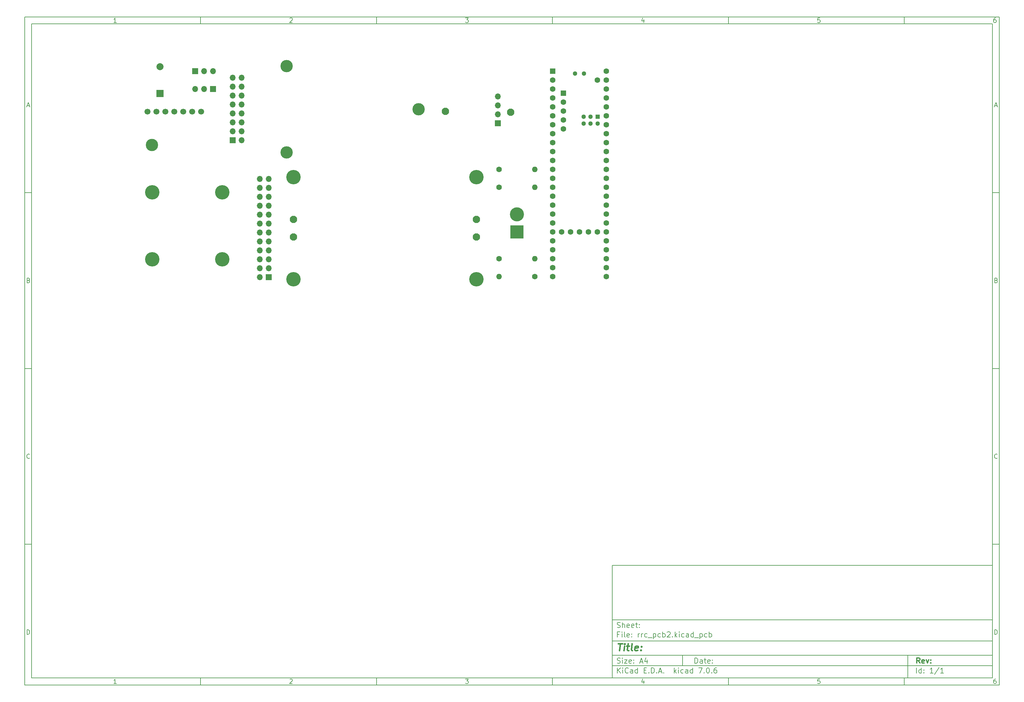
<source format=gbr>
%TF.GenerationSoftware,KiCad,Pcbnew,7.0.6*%
%TF.CreationDate,2023-08-10T16:49:52-04:00*%
%TF.ProjectId,rrc_pcb2,7272635f-7063-4623-922e-6b696361645f,rev?*%
%TF.SameCoordinates,Original*%
%TF.FileFunction,Soldermask,Bot*%
%TF.FilePolarity,Negative*%
%FSLAX46Y46*%
G04 Gerber Fmt 4.6, Leading zero omitted, Abs format (unit mm)*
G04 Created by KiCad (PCBNEW 7.0.6) date 2023-08-10 16:49:52*
%MOMM*%
%LPD*%
G01*
G04 APERTURE LIST*
%ADD10C,0.100000*%
%ADD11C,0.150000*%
%ADD12C,0.300000*%
%ADD13C,0.400000*%
%ADD14C,2.100000*%
%ADD15R,1.700000X1.700000*%
%ADD16O,1.700000X1.700000*%
%ADD17C,4.100000*%
%ADD18C,1.600000*%
%ADD19O,1.600000X1.600000*%
%ADD20C,3.500000*%
%ADD21R,3.800000X3.800000*%
%ADD22C,4.000000*%
%ADD23R,1.600000X1.600000*%
%ADD24R,1.300000X1.300000*%
%ADD25C,1.300000*%
%ADD26C,1.700000*%
%ADD27R,2.000000X2.000000*%
%ADD28C,2.000000*%
G04 APERTURE END LIST*
D10*
D11*
X177002200Y-166007200D02*
X285002200Y-166007200D01*
X285002200Y-198007200D01*
X177002200Y-198007200D01*
X177002200Y-166007200D01*
D10*
D11*
X10000000Y-10000000D02*
X287002200Y-10000000D01*
X287002200Y-200007200D01*
X10000000Y-200007200D01*
X10000000Y-10000000D01*
D10*
D11*
X12000000Y-12000000D02*
X285002200Y-12000000D01*
X285002200Y-198007200D01*
X12000000Y-198007200D01*
X12000000Y-12000000D01*
D10*
D11*
X60000000Y-12000000D02*
X60000000Y-10000000D01*
D10*
D11*
X110000000Y-12000000D02*
X110000000Y-10000000D01*
D10*
D11*
X160000000Y-12000000D02*
X160000000Y-10000000D01*
D10*
D11*
X210000000Y-12000000D02*
X210000000Y-10000000D01*
D10*
D11*
X260000000Y-12000000D02*
X260000000Y-10000000D01*
D10*
D11*
X36089160Y-11593604D02*
X35346303Y-11593604D01*
X35717731Y-11593604D02*
X35717731Y-10293604D01*
X35717731Y-10293604D02*
X35593922Y-10479319D01*
X35593922Y-10479319D02*
X35470112Y-10603128D01*
X35470112Y-10603128D02*
X35346303Y-10665033D01*
D10*
D11*
X85346303Y-10417414D02*
X85408207Y-10355509D01*
X85408207Y-10355509D02*
X85532017Y-10293604D01*
X85532017Y-10293604D02*
X85841541Y-10293604D01*
X85841541Y-10293604D02*
X85965350Y-10355509D01*
X85965350Y-10355509D02*
X86027255Y-10417414D01*
X86027255Y-10417414D02*
X86089160Y-10541223D01*
X86089160Y-10541223D02*
X86089160Y-10665033D01*
X86089160Y-10665033D02*
X86027255Y-10850747D01*
X86027255Y-10850747D02*
X85284398Y-11593604D01*
X85284398Y-11593604D02*
X86089160Y-11593604D01*
D10*
D11*
X135284398Y-10293604D02*
X136089160Y-10293604D01*
X136089160Y-10293604D02*
X135655826Y-10788842D01*
X135655826Y-10788842D02*
X135841541Y-10788842D01*
X135841541Y-10788842D02*
X135965350Y-10850747D01*
X135965350Y-10850747D02*
X136027255Y-10912652D01*
X136027255Y-10912652D02*
X136089160Y-11036461D01*
X136089160Y-11036461D02*
X136089160Y-11345985D01*
X136089160Y-11345985D02*
X136027255Y-11469795D01*
X136027255Y-11469795D02*
X135965350Y-11531700D01*
X135965350Y-11531700D02*
X135841541Y-11593604D01*
X135841541Y-11593604D02*
X135470112Y-11593604D01*
X135470112Y-11593604D02*
X135346303Y-11531700D01*
X135346303Y-11531700D02*
X135284398Y-11469795D01*
D10*
D11*
X185965350Y-10726938D02*
X185965350Y-11593604D01*
X185655826Y-10231700D02*
X185346303Y-11160271D01*
X185346303Y-11160271D02*
X186151064Y-11160271D01*
D10*
D11*
X236027255Y-10293604D02*
X235408207Y-10293604D01*
X235408207Y-10293604D02*
X235346303Y-10912652D01*
X235346303Y-10912652D02*
X235408207Y-10850747D01*
X235408207Y-10850747D02*
X235532017Y-10788842D01*
X235532017Y-10788842D02*
X235841541Y-10788842D01*
X235841541Y-10788842D02*
X235965350Y-10850747D01*
X235965350Y-10850747D02*
X236027255Y-10912652D01*
X236027255Y-10912652D02*
X236089160Y-11036461D01*
X236089160Y-11036461D02*
X236089160Y-11345985D01*
X236089160Y-11345985D02*
X236027255Y-11469795D01*
X236027255Y-11469795D02*
X235965350Y-11531700D01*
X235965350Y-11531700D02*
X235841541Y-11593604D01*
X235841541Y-11593604D02*
X235532017Y-11593604D01*
X235532017Y-11593604D02*
X235408207Y-11531700D01*
X235408207Y-11531700D02*
X235346303Y-11469795D01*
D10*
D11*
X285965350Y-10293604D02*
X285717731Y-10293604D01*
X285717731Y-10293604D02*
X285593922Y-10355509D01*
X285593922Y-10355509D02*
X285532017Y-10417414D01*
X285532017Y-10417414D02*
X285408207Y-10603128D01*
X285408207Y-10603128D02*
X285346303Y-10850747D01*
X285346303Y-10850747D02*
X285346303Y-11345985D01*
X285346303Y-11345985D02*
X285408207Y-11469795D01*
X285408207Y-11469795D02*
X285470112Y-11531700D01*
X285470112Y-11531700D02*
X285593922Y-11593604D01*
X285593922Y-11593604D02*
X285841541Y-11593604D01*
X285841541Y-11593604D02*
X285965350Y-11531700D01*
X285965350Y-11531700D02*
X286027255Y-11469795D01*
X286027255Y-11469795D02*
X286089160Y-11345985D01*
X286089160Y-11345985D02*
X286089160Y-11036461D01*
X286089160Y-11036461D02*
X286027255Y-10912652D01*
X286027255Y-10912652D02*
X285965350Y-10850747D01*
X285965350Y-10850747D02*
X285841541Y-10788842D01*
X285841541Y-10788842D02*
X285593922Y-10788842D01*
X285593922Y-10788842D02*
X285470112Y-10850747D01*
X285470112Y-10850747D02*
X285408207Y-10912652D01*
X285408207Y-10912652D02*
X285346303Y-11036461D01*
D10*
D11*
X60000000Y-198007200D02*
X60000000Y-200007200D01*
D10*
D11*
X110000000Y-198007200D02*
X110000000Y-200007200D01*
D10*
D11*
X160000000Y-198007200D02*
X160000000Y-200007200D01*
D10*
D11*
X210000000Y-198007200D02*
X210000000Y-200007200D01*
D10*
D11*
X260000000Y-198007200D02*
X260000000Y-200007200D01*
D10*
D11*
X36089160Y-199600804D02*
X35346303Y-199600804D01*
X35717731Y-199600804D02*
X35717731Y-198300804D01*
X35717731Y-198300804D02*
X35593922Y-198486519D01*
X35593922Y-198486519D02*
X35470112Y-198610328D01*
X35470112Y-198610328D02*
X35346303Y-198672233D01*
D10*
D11*
X85346303Y-198424614D02*
X85408207Y-198362709D01*
X85408207Y-198362709D02*
X85532017Y-198300804D01*
X85532017Y-198300804D02*
X85841541Y-198300804D01*
X85841541Y-198300804D02*
X85965350Y-198362709D01*
X85965350Y-198362709D02*
X86027255Y-198424614D01*
X86027255Y-198424614D02*
X86089160Y-198548423D01*
X86089160Y-198548423D02*
X86089160Y-198672233D01*
X86089160Y-198672233D02*
X86027255Y-198857947D01*
X86027255Y-198857947D02*
X85284398Y-199600804D01*
X85284398Y-199600804D02*
X86089160Y-199600804D01*
D10*
D11*
X135284398Y-198300804D02*
X136089160Y-198300804D01*
X136089160Y-198300804D02*
X135655826Y-198796042D01*
X135655826Y-198796042D02*
X135841541Y-198796042D01*
X135841541Y-198796042D02*
X135965350Y-198857947D01*
X135965350Y-198857947D02*
X136027255Y-198919852D01*
X136027255Y-198919852D02*
X136089160Y-199043661D01*
X136089160Y-199043661D02*
X136089160Y-199353185D01*
X136089160Y-199353185D02*
X136027255Y-199476995D01*
X136027255Y-199476995D02*
X135965350Y-199538900D01*
X135965350Y-199538900D02*
X135841541Y-199600804D01*
X135841541Y-199600804D02*
X135470112Y-199600804D01*
X135470112Y-199600804D02*
X135346303Y-199538900D01*
X135346303Y-199538900D02*
X135284398Y-199476995D01*
D10*
D11*
X185965350Y-198734138D02*
X185965350Y-199600804D01*
X185655826Y-198238900D02*
X185346303Y-199167471D01*
X185346303Y-199167471D02*
X186151064Y-199167471D01*
D10*
D11*
X236027255Y-198300804D02*
X235408207Y-198300804D01*
X235408207Y-198300804D02*
X235346303Y-198919852D01*
X235346303Y-198919852D02*
X235408207Y-198857947D01*
X235408207Y-198857947D02*
X235532017Y-198796042D01*
X235532017Y-198796042D02*
X235841541Y-198796042D01*
X235841541Y-198796042D02*
X235965350Y-198857947D01*
X235965350Y-198857947D02*
X236027255Y-198919852D01*
X236027255Y-198919852D02*
X236089160Y-199043661D01*
X236089160Y-199043661D02*
X236089160Y-199353185D01*
X236089160Y-199353185D02*
X236027255Y-199476995D01*
X236027255Y-199476995D02*
X235965350Y-199538900D01*
X235965350Y-199538900D02*
X235841541Y-199600804D01*
X235841541Y-199600804D02*
X235532017Y-199600804D01*
X235532017Y-199600804D02*
X235408207Y-199538900D01*
X235408207Y-199538900D02*
X235346303Y-199476995D01*
D10*
D11*
X285965350Y-198300804D02*
X285717731Y-198300804D01*
X285717731Y-198300804D02*
X285593922Y-198362709D01*
X285593922Y-198362709D02*
X285532017Y-198424614D01*
X285532017Y-198424614D02*
X285408207Y-198610328D01*
X285408207Y-198610328D02*
X285346303Y-198857947D01*
X285346303Y-198857947D02*
X285346303Y-199353185D01*
X285346303Y-199353185D02*
X285408207Y-199476995D01*
X285408207Y-199476995D02*
X285470112Y-199538900D01*
X285470112Y-199538900D02*
X285593922Y-199600804D01*
X285593922Y-199600804D02*
X285841541Y-199600804D01*
X285841541Y-199600804D02*
X285965350Y-199538900D01*
X285965350Y-199538900D02*
X286027255Y-199476995D01*
X286027255Y-199476995D02*
X286089160Y-199353185D01*
X286089160Y-199353185D02*
X286089160Y-199043661D01*
X286089160Y-199043661D02*
X286027255Y-198919852D01*
X286027255Y-198919852D02*
X285965350Y-198857947D01*
X285965350Y-198857947D02*
X285841541Y-198796042D01*
X285841541Y-198796042D02*
X285593922Y-198796042D01*
X285593922Y-198796042D02*
X285470112Y-198857947D01*
X285470112Y-198857947D02*
X285408207Y-198919852D01*
X285408207Y-198919852D02*
X285346303Y-199043661D01*
D10*
D11*
X10000000Y-60000000D02*
X12000000Y-60000000D01*
D10*
D11*
X10000000Y-110000000D02*
X12000000Y-110000000D01*
D10*
D11*
X10000000Y-160000000D02*
X12000000Y-160000000D01*
D10*
D11*
X10690476Y-35222176D02*
X11309523Y-35222176D01*
X10566666Y-35593604D02*
X10999999Y-34293604D01*
X10999999Y-34293604D02*
X11433333Y-35593604D01*
D10*
D11*
X11092857Y-84912652D02*
X11278571Y-84974557D01*
X11278571Y-84974557D02*
X11340476Y-85036461D01*
X11340476Y-85036461D02*
X11402380Y-85160271D01*
X11402380Y-85160271D02*
X11402380Y-85345985D01*
X11402380Y-85345985D02*
X11340476Y-85469795D01*
X11340476Y-85469795D02*
X11278571Y-85531700D01*
X11278571Y-85531700D02*
X11154761Y-85593604D01*
X11154761Y-85593604D02*
X10659523Y-85593604D01*
X10659523Y-85593604D02*
X10659523Y-84293604D01*
X10659523Y-84293604D02*
X11092857Y-84293604D01*
X11092857Y-84293604D02*
X11216666Y-84355509D01*
X11216666Y-84355509D02*
X11278571Y-84417414D01*
X11278571Y-84417414D02*
X11340476Y-84541223D01*
X11340476Y-84541223D02*
X11340476Y-84665033D01*
X11340476Y-84665033D02*
X11278571Y-84788842D01*
X11278571Y-84788842D02*
X11216666Y-84850747D01*
X11216666Y-84850747D02*
X11092857Y-84912652D01*
X11092857Y-84912652D02*
X10659523Y-84912652D01*
D10*
D11*
X11402380Y-135469795D02*
X11340476Y-135531700D01*
X11340476Y-135531700D02*
X11154761Y-135593604D01*
X11154761Y-135593604D02*
X11030952Y-135593604D01*
X11030952Y-135593604D02*
X10845238Y-135531700D01*
X10845238Y-135531700D02*
X10721428Y-135407890D01*
X10721428Y-135407890D02*
X10659523Y-135284080D01*
X10659523Y-135284080D02*
X10597619Y-135036461D01*
X10597619Y-135036461D02*
X10597619Y-134850747D01*
X10597619Y-134850747D02*
X10659523Y-134603128D01*
X10659523Y-134603128D02*
X10721428Y-134479319D01*
X10721428Y-134479319D02*
X10845238Y-134355509D01*
X10845238Y-134355509D02*
X11030952Y-134293604D01*
X11030952Y-134293604D02*
X11154761Y-134293604D01*
X11154761Y-134293604D02*
X11340476Y-134355509D01*
X11340476Y-134355509D02*
X11402380Y-134417414D01*
D10*
D11*
X10659523Y-185593604D02*
X10659523Y-184293604D01*
X10659523Y-184293604D02*
X10969047Y-184293604D01*
X10969047Y-184293604D02*
X11154761Y-184355509D01*
X11154761Y-184355509D02*
X11278571Y-184479319D01*
X11278571Y-184479319D02*
X11340476Y-184603128D01*
X11340476Y-184603128D02*
X11402380Y-184850747D01*
X11402380Y-184850747D02*
X11402380Y-185036461D01*
X11402380Y-185036461D02*
X11340476Y-185284080D01*
X11340476Y-185284080D02*
X11278571Y-185407890D01*
X11278571Y-185407890D02*
X11154761Y-185531700D01*
X11154761Y-185531700D02*
X10969047Y-185593604D01*
X10969047Y-185593604D02*
X10659523Y-185593604D01*
D10*
D11*
X287002200Y-60000000D02*
X285002200Y-60000000D01*
D10*
D11*
X287002200Y-110000000D02*
X285002200Y-110000000D01*
D10*
D11*
X287002200Y-160000000D02*
X285002200Y-160000000D01*
D10*
D11*
X285692676Y-35222176D02*
X286311723Y-35222176D01*
X285568866Y-35593604D02*
X286002199Y-34293604D01*
X286002199Y-34293604D02*
X286435533Y-35593604D01*
D10*
D11*
X286095057Y-84912652D02*
X286280771Y-84974557D01*
X286280771Y-84974557D02*
X286342676Y-85036461D01*
X286342676Y-85036461D02*
X286404580Y-85160271D01*
X286404580Y-85160271D02*
X286404580Y-85345985D01*
X286404580Y-85345985D02*
X286342676Y-85469795D01*
X286342676Y-85469795D02*
X286280771Y-85531700D01*
X286280771Y-85531700D02*
X286156961Y-85593604D01*
X286156961Y-85593604D02*
X285661723Y-85593604D01*
X285661723Y-85593604D02*
X285661723Y-84293604D01*
X285661723Y-84293604D02*
X286095057Y-84293604D01*
X286095057Y-84293604D02*
X286218866Y-84355509D01*
X286218866Y-84355509D02*
X286280771Y-84417414D01*
X286280771Y-84417414D02*
X286342676Y-84541223D01*
X286342676Y-84541223D02*
X286342676Y-84665033D01*
X286342676Y-84665033D02*
X286280771Y-84788842D01*
X286280771Y-84788842D02*
X286218866Y-84850747D01*
X286218866Y-84850747D02*
X286095057Y-84912652D01*
X286095057Y-84912652D02*
X285661723Y-84912652D01*
D10*
D11*
X286404580Y-135469795D02*
X286342676Y-135531700D01*
X286342676Y-135531700D02*
X286156961Y-135593604D01*
X286156961Y-135593604D02*
X286033152Y-135593604D01*
X286033152Y-135593604D02*
X285847438Y-135531700D01*
X285847438Y-135531700D02*
X285723628Y-135407890D01*
X285723628Y-135407890D02*
X285661723Y-135284080D01*
X285661723Y-135284080D02*
X285599819Y-135036461D01*
X285599819Y-135036461D02*
X285599819Y-134850747D01*
X285599819Y-134850747D02*
X285661723Y-134603128D01*
X285661723Y-134603128D02*
X285723628Y-134479319D01*
X285723628Y-134479319D02*
X285847438Y-134355509D01*
X285847438Y-134355509D02*
X286033152Y-134293604D01*
X286033152Y-134293604D02*
X286156961Y-134293604D01*
X286156961Y-134293604D02*
X286342676Y-134355509D01*
X286342676Y-134355509D02*
X286404580Y-134417414D01*
D10*
D11*
X285661723Y-185593604D02*
X285661723Y-184293604D01*
X285661723Y-184293604D02*
X285971247Y-184293604D01*
X285971247Y-184293604D02*
X286156961Y-184355509D01*
X286156961Y-184355509D02*
X286280771Y-184479319D01*
X286280771Y-184479319D02*
X286342676Y-184603128D01*
X286342676Y-184603128D02*
X286404580Y-184850747D01*
X286404580Y-184850747D02*
X286404580Y-185036461D01*
X286404580Y-185036461D02*
X286342676Y-185284080D01*
X286342676Y-185284080D02*
X286280771Y-185407890D01*
X286280771Y-185407890D02*
X286156961Y-185531700D01*
X286156961Y-185531700D02*
X285971247Y-185593604D01*
X285971247Y-185593604D02*
X285661723Y-185593604D01*
D10*
D11*
X200458026Y-193793328D02*
X200458026Y-192293328D01*
X200458026Y-192293328D02*
X200815169Y-192293328D01*
X200815169Y-192293328D02*
X201029455Y-192364757D01*
X201029455Y-192364757D02*
X201172312Y-192507614D01*
X201172312Y-192507614D02*
X201243741Y-192650471D01*
X201243741Y-192650471D02*
X201315169Y-192936185D01*
X201315169Y-192936185D02*
X201315169Y-193150471D01*
X201315169Y-193150471D02*
X201243741Y-193436185D01*
X201243741Y-193436185D02*
X201172312Y-193579042D01*
X201172312Y-193579042D02*
X201029455Y-193721900D01*
X201029455Y-193721900D02*
X200815169Y-193793328D01*
X200815169Y-193793328D02*
X200458026Y-193793328D01*
X202600884Y-193793328D02*
X202600884Y-193007614D01*
X202600884Y-193007614D02*
X202529455Y-192864757D01*
X202529455Y-192864757D02*
X202386598Y-192793328D01*
X202386598Y-192793328D02*
X202100884Y-192793328D01*
X202100884Y-192793328D02*
X201958026Y-192864757D01*
X202600884Y-193721900D02*
X202458026Y-193793328D01*
X202458026Y-193793328D02*
X202100884Y-193793328D01*
X202100884Y-193793328D02*
X201958026Y-193721900D01*
X201958026Y-193721900D02*
X201886598Y-193579042D01*
X201886598Y-193579042D02*
X201886598Y-193436185D01*
X201886598Y-193436185D02*
X201958026Y-193293328D01*
X201958026Y-193293328D02*
X202100884Y-193221900D01*
X202100884Y-193221900D02*
X202458026Y-193221900D01*
X202458026Y-193221900D02*
X202600884Y-193150471D01*
X203100884Y-192793328D02*
X203672312Y-192793328D01*
X203315169Y-192293328D02*
X203315169Y-193579042D01*
X203315169Y-193579042D02*
X203386598Y-193721900D01*
X203386598Y-193721900D02*
X203529455Y-193793328D01*
X203529455Y-193793328D02*
X203672312Y-193793328D01*
X204743741Y-193721900D02*
X204600884Y-193793328D01*
X204600884Y-193793328D02*
X204315170Y-193793328D01*
X204315170Y-193793328D02*
X204172312Y-193721900D01*
X204172312Y-193721900D02*
X204100884Y-193579042D01*
X204100884Y-193579042D02*
X204100884Y-193007614D01*
X204100884Y-193007614D02*
X204172312Y-192864757D01*
X204172312Y-192864757D02*
X204315170Y-192793328D01*
X204315170Y-192793328D02*
X204600884Y-192793328D01*
X204600884Y-192793328D02*
X204743741Y-192864757D01*
X204743741Y-192864757D02*
X204815170Y-193007614D01*
X204815170Y-193007614D02*
X204815170Y-193150471D01*
X204815170Y-193150471D02*
X204100884Y-193293328D01*
X205458026Y-193650471D02*
X205529455Y-193721900D01*
X205529455Y-193721900D02*
X205458026Y-193793328D01*
X205458026Y-193793328D02*
X205386598Y-193721900D01*
X205386598Y-193721900D02*
X205458026Y-193650471D01*
X205458026Y-193650471D02*
X205458026Y-193793328D01*
X205458026Y-192864757D02*
X205529455Y-192936185D01*
X205529455Y-192936185D02*
X205458026Y-193007614D01*
X205458026Y-193007614D02*
X205386598Y-192936185D01*
X205386598Y-192936185D02*
X205458026Y-192864757D01*
X205458026Y-192864757D02*
X205458026Y-193007614D01*
D10*
D11*
X177002200Y-194507200D02*
X285002200Y-194507200D01*
D10*
D11*
X178458026Y-196593328D02*
X178458026Y-195093328D01*
X179315169Y-196593328D02*
X178672312Y-195736185D01*
X179315169Y-195093328D02*
X178458026Y-195950471D01*
X179958026Y-196593328D02*
X179958026Y-195593328D01*
X179958026Y-195093328D02*
X179886598Y-195164757D01*
X179886598Y-195164757D02*
X179958026Y-195236185D01*
X179958026Y-195236185D02*
X180029455Y-195164757D01*
X180029455Y-195164757D02*
X179958026Y-195093328D01*
X179958026Y-195093328D02*
X179958026Y-195236185D01*
X181529455Y-196450471D02*
X181458027Y-196521900D01*
X181458027Y-196521900D02*
X181243741Y-196593328D01*
X181243741Y-196593328D02*
X181100884Y-196593328D01*
X181100884Y-196593328D02*
X180886598Y-196521900D01*
X180886598Y-196521900D02*
X180743741Y-196379042D01*
X180743741Y-196379042D02*
X180672312Y-196236185D01*
X180672312Y-196236185D02*
X180600884Y-195950471D01*
X180600884Y-195950471D02*
X180600884Y-195736185D01*
X180600884Y-195736185D02*
X180672312Y-195450471D01*
X180672312Y-195450471D02*
X180743741Y-195307614D01*
X180743741Y-195307614D02*
X180886598Y-195164757D01*
X180886598Y-195164757D02*
X181100884Y-195093328D01*
X181100884Y-195093328D02*
X181243741Y-195093328D01*
X181243741Y-195093328D02*
X181458027Y-195164757D01*
X181458027Y-195164757D02*
X181529455Y-195236185D01*
X182815170Y-196593328D02*
X182815170Y-195807614D01*
X182815170Y-195807614D02*
X182743741Y-195664757D01*
X182743741Y-195664757D02*
X182600884Y-195593328D01*
X182600884Y-195593328D02*
X182315170Y-195593328D01*
X182315170Y-195593328D02*
X182172312Y-195664757D01*
X182815170Y-196521900D02*
X182672312Y-196593328D01*
X182672312Y-196593328D02*
X182315170Y-196593328D01*
X182315170Y-196593328D02*
X182172312Y-196521900D01*
X182172312Y-196521900D02*
X182100884Y-196379042D01*
X182100884Y-196379042D02*
X182100884Y-196236185D01*
X182100884Y-196236185D02*
X182172312Y-196093328D01*
X182172312Y-196093328D02*
X182315170Y-196021900D01*
X182315170Y-196021900D02*
X182672312Y-196021900D01*
X182672312Y-196021900D02*
X182815170Y-195950471D01*
X184172313Y-196593328D02*
X184172313Y-195093328D01*
X184172313Y-196521900D02*
X184029455Y-196593328D01*
X184029455Y-196593328D02*
X183743741Y-196593328D01*
X183743741Y-196593328D02*
X183600884Y-196521900D01*
X183600884Y-196521900D02*
X183529455Y-196450471D01*
X183529455Y-196450471D02*
X183458027Y-196307614D01*
X183458027Y-196307614D02*
X183458027Y-195879042D01*
X183458027Y-195879042D02*
X183529455Y-195736185D01*
X183529455Y-195736185D02*
X183600884Y-195664757D01*
X183600884Y-195664757D02*
X183743741Y-195593328D01*
X183743741Y-195593328D02*
X184029455Y-195593328D01*
X184029455Y-195593328D02*
X184172313Y-195664757D01*
X186029455Y-195807614D02*
X186529455Y-195807614D01*
X186743741Y-196593328D02*
X186029455Y-196593328D01*
X186029455Y-196593328D02*
X186029455Y-195093328D01*
X186029455Y-195093328D02*
X186743741Y-195093328D01*
X187386598Y-196450471D02*
X187458027Y-196521900D01*
X187458027Y-196521900D02*
X187386598Y-196593328D01*
X187386598Y-196593328D02*
X187315170Y-196521900D01*
X187315170Y-196521900D02*
X187386598Y-196450471D01*
X187386598Y-196450471D02*
X187386598Y-196593328D01*
X188100884Y-196593328D02*
X188100884Y-195093328D01*
X188100884Y-195093328D02*
X188458027Y-195093328D01*
X188458027Y-195093328D02*
X188672313Y-195164757D01*
X188672313Y-195164757D02*
X188815170Y-195307614D01*
X188815170Y-195307614D02*
X188886599Y-195450471D01*
X188886599Y-195450471D02*
X188958027Y-195736185D01*
X188958027Y-195736185D02*
X188958027Y-195950471D01*
X188958027Y-195950471D02*
X188886599Y-196236185D01*
X188886599Y-196236185D02*
X188815170Y-196379042D01*
X188815170Y-196379042D02*
X188672313Y-196521900D01*
X188672313Y-196521900D02*
X188458027Y-196593328D01*
X188458027Y-196593328D02*
X188100884Y-196593328D01*
X189600884Y-196450471D02*
X189672313Y-196521900D01*
X189672313Y-196521900D02*
X189600884Y-196593328D01*
X189600884Y-196593328D02*
X189529456Y-196521900D01*
X189529456Y-196521900D02*
X189600884Y-196450471D01*
X189600884Y-196450471D02*
X189600884Y-196593328D01*
X190243742Y-196164757D02*
X190958028Y-196164757D01*
X190100885Y-196593328D02*
X190600885Y-195093328D01*
X190600885Y-195093328D02*
X191100885Y-196593328D01*
X191600884Y-196450471D02*
X191672313Y-196521900D01*
X191672313Y-196521900D02*
X191600884Y-196593328D01*
X191600884Y-196593328D02*
X191529456Y-196521900D01*
X191529456Y-196521900D02*
X191600884Y-196450471D01*
X191600884Y-196450471D02*
X191600884Y-196593328D01*
X194600884Y-196593328D02*
X194600884Y-195093328D01*
X194743742Y-196021900D02*
X195172313Y-196593328D01*
X195172313Y-195593328D02*
X194600884Y-196164757D01*
X195815170Y-196593328D02*
X195815170Y-195593328D01*
X195815170Y-195093328D02*
X195743742Y-195164757D01*
X195743742Y-195164757D02*
X195815170Y-195236185D01*
X195815170Y-195236185D02*
X195886599Y-195164757D01*
X195886599Y-195164757D02*
X195815170Y-195093328D01*
X195815170Y-195093328D02*
X195815170Y-195236185D01*
X197172314Y-196521900D02*
X197029456Y-196593328D01*
X197029456Y-196593328D02*
X196743742Y-196593328D01*
X196743742Y-196593328D02*
X196600885Y-196521900D01*
X196600885Y-196521900D02*
X196529456Y-196450471D01*
X196529456Y-196450471D02*
X196458028Y-196307614D01*
X196458028Y-196307614D02*
X196458028Y-195879042D01*
X196458028Y-195879042D02*
X196529456Y-195736185D01*
X196529456Y-195736185D02*
X196600885Y-195664757D01*
X196600885Y-195664757D02*
X196743742Y-195593328D01*
X196743742Y-195593328D02*
X197029456Y-195593328D01*
X197029456Y-195593328D02*
X197172314Y-195664757D01*
X198458028Y-196593328D02*
X198458028Y-195807614D01*
X198458028Y-195807614D02*
X198386599Y-195664757D01*
X198386599Y-195664757D02*
X198243742Y-195593328D01*
X198243742Y-195593328D02*
X197958028Y-195593328D01*
X197958028Y-195593328D02*
X197815170Y-195664757D01*
X198458028Y-196521900D02*
X198315170Y-196593328D01*
X198315170Y-196593328D02*
X197958028Y-196593328D01*
X197958028Y-196593328D02*
X197815170Y-196521900D01*
X197815170Y-196521900D02*
X197743742Y-196379042D01*
X197743742Y-196379042D02*
X197743742Y-196236185D01*
X197743742Y-196236185D02*
X197815170Y-196093328D01*
X197815170Y-196093328D02*
X197958028Y-196021900D01*
X197958028Y-196021900D02*
X198315170Y-196021900D01*
X198315170Y-196021900D02*
X198458028Y-195950471D01*
X199815171Y-196593328D02*
X199815171Y-195093328D01*
X199815171Y-196521900D02*
X199672313Y-196593328D01*
X199672313Y-196593328D02*
X199386599Y-196593328D01*
X199386599Y-196593328D02*
X199243742Y-196521900D01*
X199243742Y-196521900D02*
X199172313Y-196450471D01*
X199172313Y-196450471D02*
X199100885Y-196307614D01*
X199100885Y-196307614D02*
X199100885Y-195879042D01*
X199100885Y-195879042D02*
X199172313Y-195736185D01*
X199172313Y-195736185D02*
X199243742Y-195664757D01*
X199243742Y-195664757D02*
X199386599Y-195593328D01*
X199386599Y-195593328D02*
X199672313Y-195593328D01*
X199672313Y-195593328D02*
X199815171Y-195664757D01*
X201529456Y-195093328D02*
X202529456Y-195093328D01*
X202529456Y-195093328D02*
X201886599Y-196593328D01*
X203100884Y-196450471D02*
X203172313Y-196521900D01*
X203172313Y-196521900D02*
X203100884Y-196593328D01*
X203100884Y-196593328D02*
X203029456Y-196521900D01*
X203029456Y-196521900D02*
X203100884Y-196450471D01*
X203100884Y-196450471D02*
X203100884Y-196593328D01*
X204100885Y-195093328D02*
X204243742Y-195093328D01*
X204243742Y-195093328D02*
X204386599Y-195164757D01*
X204386599Y-195164757D02*
X204458028Y-195236185D01*
X204458028Y-195236185D02*
X204529456Y-195379042D01*
X204529456Y-195379042D02*
X204600885Y-195664757D01*
X204600885Y-195664757D02*
X204600885Y-196021900D01*
X204600885Y-196021900D02*
X204529456Y-196307614D01*
X204529456Y-196307614D02*
X204458028Y-196450471D01*
X204458028Y-196450471D02*
X204386599Y-196521900D01*
X204386599Y-196521900D02*
X204243742Y-196593328D01*
X204243742Y-196593328D02*
X204100885Y-196593328D01*
X204100885Y-196593328D02*
X203958028Y-196521900D01*
X203958028Y-196521900D02*
X203886599Y-196450471D01*
X203886599Y-196450471D02*
X203815170Y-196307614D01*
X203815170Y-196307614D02*
X203743742Y-196021900D01*
X203743742Y-196021900D02*
X203743742Y-195664757D01*
X203743742Y-195664757D02*
X203815170Y-195379042D01*
X203815170Y-195379042D02*
X203886599Y-195236185D01*
X203886599Y-195236185D02*
X203958028Y-195164757D01*
X203958028Y-195164757D02*
X204100885Y-195093328D01*
X205243741Y-196450471D02*
X205315170Y-196521900D01*
X205315170Y-196521900D02*
X205243741Y-196593328D01*
X205243741Y-196593328D02*
X205172313Y-196521900D01*
X205172313Y-196521900D02*
X205243741Y-196450471D01*
X205243741Y-196450471D02*
X205243741Y-196593328D01*
X206600885Y-195093328D02*
X206315170Y-195093328D01*
X206315170Y-195093328D02*
X206172313Y-195164757D01*
X206172313Y-195164757D02*
X206100885Y-195236185D01*
X206100885Y-195236185D02*
X205958027Y-195450471D01*
X205958027Y-195450471D02*
X205886599Y-195736185D01*
X205886599Y-195736185D02*
X205886599Y-196307614D01*
X205886599Y-196307614D02*
X205958027Y-196450471D01*
X205958027Y-196450471D02*
X206029456Y-196521900D01*
X206029456Y-196521900D02*
X206172313Y-196593328D01*
X206172313Y-196593328D02*
X206458027Y-196593328D01*
X206458027Y-196593328D02*
X206600885Y-196521900D01*
X206600885Y-196521900D02*
X206672313Y-196450471D01*
X206672313Y-196450471D02*
X206743742Y-196307614D01*
X206743742Y-196307614D02*
X206743742Y-195950471D01*
X206743742Y-195950471D02*
X206672313Y-195807614D01*
X206672313Y-195807614D02*
X206600885Y-195736185D01*
X206600885Y-195736185D02*
X206458027Y-195664757D01*
X206458027Y-195664757D02*
X206172313Y-195664757D01*
X206172313Y-195664757D02*
X206029456Y-195736185D01*
X206029456Y-195736185D02*
X205958027Y-195807614D01*
X205958027Y-195807614D02*
X205886599Y-195950471D01*
D10*
D11*
X177002200Y-191507200D02*
X285002200Y-191507200D01*
D10*
D12*
X264413853Y-193785528D02*
X263913853Y-193071242D01*
X263556710Y-193785528D02*
X263556710Y-192285528D01*
X263556710Y-192285528D02*
X264128139Y-192285528D01*
X264128139Y-192285528D02*
X264270996Y-192356957D01*
X264270996Y-192356957D02*
X264342425Y-192428385D01*
X264342425Y-192428385D02*
X264413853Y-192571242D01*
X264413853Y-192571242D02*
X264413853Y-192785528D01*
X264413853Y-192785528D02*
X264342425Y-192928385D01*
X264342425Y-192928385D02*
X264270996Y-192999814D01*
X264270996Y-192999814D02*
X264128139Y-193071242D01*
X264128139Y-193071242D02*
X263556710Y-193071242D01*
X265628139Y-193714100D02*
X265485282Y-193785528D01*
X265485282Y-193785528D02*
X265199568Y-193785528D01*
X265199568Y-193785528D02*
X265056710Y-193714100D01*
X265056710Y-193714100D02*
X264985282Y-193571242D01*
X264985282Y-193571242D02*
X264985282Y-192999814D01*
X264985282Y-192999814D02*
X265056710Y-192856957D01*
X265056710Y-192856957D02*
X265199568Y-192785528D01*
X265199568Y-192785528D02*
X265485282Y-192785528D01*
X265485282Y-192785528D02*
X265628139Y-192856957D01*
X265628139Y-192856957D02*
X265699568Y-192999814D01*
X265699568Y-192999814D02*
X265699568Y-193142671D01*
X265699568Y-193142671D02*
X264985282Y-193285528D01*
X266199567Y-192785528D02*
X266556710Y-193785528D01*
X266556710Y-193785528D02*
X266913853Y-192785528D01*
X267485281Y-193642671D02*
X267556710Y-193714100D01*
X267556710Y-193714100D02*
X267485281Y-193785528D01*
X267485281Y-193785528D02*
X267413853Y-193714100D01*
X267413853Y-193714100D02*
X267485281Y-193642671D01*
X267485281Y-193642671D02*
X267485281Y-193785528D01*
X267485281Y-192856957D02*
X267556710Y-192928385D01*
X267556710Y-192928385D02*
X267485281Y-192999814D01*
X267485281Y-192999814D02*
X267413853Y-192928385D01*
X267413853Y-192928385D02*
X267485281Y-192856957D01*
X267485281Y-192856957D02*
X267485281Y-192999814D01*
D10*
D11*
X178386598Y-193721900D02*
X178600884Y-193793328D01*
X178600884Y-193793328D02*
X178958026Y-193793328D01*
X178958026Y-193793328D02*
X179100884Y-193721900D01*
X179100884Y-193721900D02*
X179172312Y-193650471D01*
X179172312Y-193650471D02*
X179243741Y-193507614D01*
X179243741Y-193507614D02*
X179243741Y-193364757D01*
X179243741Y-193364757D02*
X179172312Y-193221900D01*
X179172312Y-193221900D02*
X179100884Y-193150471D01*
X179100884Y-193150471D02*
X178958026Y-193079042D01*
X178958026Y-193079042D02*
X178672312Y-193007614D01*
X178672312Y-193007614D02*
X178529455Y-192936185D01*
X178529455Y-192936185D02*
X178458026Y-192864757D01*
X178458026Y-192864757D02*
X178386598Y-192721900D01*
X178386598Y-192721900D02*
X178386598Y-192579042D01*
X178386598Y-192579042D02*
X178458026Y-192436185D01*
X178458026Y-192436185D02*
X178529455Y-192364757D01*
X178529455Y-192364757D02*
X178672312Y-192293328D01*
X178672312Y-192293328D02*
X179029455Y-192293328D01*
X179029455Y-192293328D02*
X179243741Y-192364757D01*
X179886597Y-193793328D02*
X179886597Y-192793328D01*
X179886597Y-192293328D02*
X179815169Y-192364757D01*
X179815169Y-192364757D02*
X179886597Y-192436185D01*
X179886597Y-192436185D02*
X179958026Y-192364757D01*
X179958026Y-192364757D02*
X179886597Y-192293328D01*
X179886597Y-192293328D02*
X179886597Y-192436185D01*
X180458026Y-192793328D02*
X181243741Y-192793328D01*
X181243741Y-192793328D02*
X180458026Y-193793328D01*
X180458026Y-193793328D02*
X181243741Y-193793328D01*
X182386598Y-193721900D02*
X182243741Y-193793328D01*
X182243741Y-193793328D02*
X181958027Y-193793328D01*
X181958027Y-193793328D02*
X181815169Y-193721900D01*
X181815169Y-193721900D02*
X181743741Y-193579042D01*
X181743741Y-193579042D02*
X181743741Y-193007614D01*
X181743741Y-193007614D02*
X181815169Y-192864757D01*
X181815169Y-192864757D02*
X181958027Y-192793328D01*
X181958027Y-192793328D02*
X182243741Y-192793328D01*
X182243741Y-192793328D02*
X182386598Y-192864757D01*
X182386598Y-192864757D02*
X182458027Y-193007614D01*
X182458027Y-193007614D02*
X182458027Y-193150471D01*
X182458027Y-193150471D02*
X181743741Y-193293328D01*
X183100883Y-193650471D02*
X183172312Y-193721900D01*
X183172312Y-193721900D02*
X183100883Y-193793328D01*
X183100883Y-193793328D02*
X183029455Y-193721900D01*
X183029455Y-193721900D02*
X183100883Y-193650471D01*
X183100883Y-193650471D02*
X183100883Y-193793328D01*
X183100883Y-192864757D02*
X183172312Y-192936185D01*
X183172312Y-192936185D02*
X183100883Y-193007614D01*
X183100883Y-193007614D02*
X183029455Y-192936185D01*
X183029455Y-192936185D02*
X183100883Y-192864757D01*
X183100883Y-192864757D02*
X183100883Y-193007614D01*
X184886598Y-193364757D02*
X185600884Y-193364757D01*
X184743741Y-193793328D02*
X185243741Y-192293328D01*
X185243741Y-192293328D02*
X185743741Y-193793328D01*
X186886598Y-192793328D02*
X186886598Y-193793328D01*
X186529455Y-192221900D02*
X186172312Y-193293328D01*
X186172312Y-193293328D02*
X187100883Y-193293328D01*
D10*
D11*
X263458026Y-196593328D02*
X263458026Y-195093328D01*
X264815170Y-196593328D02*
X264815170Y-195093328D01*
X264815170Y-196521900D02*
X264672312Y-196593328D01*
X264672312Y-196593328D02*
X264386598Y-196593328D01*
X264386598Y-196593328D02*
X264243741Y-196521900D01*
X264243741Y-196521900D02*
X264172312Y-196450471D01*
X264172312Y-196450471D02*
X264100884Y-196307614D01*
X264100884Y-196307614D02*
X264100884Y-195879042D01*
X264100884Y-195879042D02*
X264172312Y-195736185D01*
X264172312Y-195736185D02*
X264243741Y-195664757D01*
X264243741Y-195664757D02*
X264386598Y-195593328D01*
X264386598Y-195593328D02*
X264672312Y-195593328D01*
X264672312Y-195593328D02*
X264815170Y-195664757D01*
X265529455Y-196450471D02*
X265600884Y-196521900D01*
X265600884Y-196521900D02*
X265529455Y-196593328D01*
X265529455Y-196593328D02*
X265458027Y-196521900D01*
X265458027Y-196521900D02*
X265529455Y-196450471D01*
X265529455Y-196450471D02*
X265529455Y-196593328D01*
X265529455Y-195664757D02*
X265600884Y-195736185D01*
X265600884Y-195736185D02*
X265529455Y-195807614D01*
X265529455Y-195807614D02*
X265458027Y-195736185D01*
X265458027Y-195736185D02*
X265529455Y-195664757D01*
X265529455Y-195664757D02*
X265529455Y-195807614D01*
X268172313Y-196593328D02*
X267315170Y-196593328D01*
X267743741Y-196593328D02*
X267743741Y-195093328D01*
X267743741Y-195093328D02*
X267600884Y-195307614D01*
X267600884Y-195307614D02*
X267458027Y-195450471D01*
X267458027Y-195450471D02*
X267315170Y-195521900D01*
X269886598Y-195021900D02*
X268600884Y-196950471D01*
X271172313Y-196593328D02*
X270315170Y-196593328D01*
X270743741Y-196593328D02*
X270743741Y-195093328D01*
X270743741Y-195093328D02*
X270600884Y-195307614D01*
X270600884Y-195307614D02*
X270458027Y-195450471D01*
X270458027Y-195450471D02*
X270315170Y-195521900D01*
D10*
D11*
X177002200Y-187507200D02*
X285002200Y-187507200D01*
D10*
D13*
X178693928Y-188211638D02*
X179836785Y-188211638D01*
X179015357Y-190211638D02*
X179265357Y-188211638D01*
X180253452Y-190211638D02*
X180420119Y-188878304D01*
X180503452Y-188211638D02*
X180396309Y-188306876D01*
X180396309Y-188306876D02*
X180479643Y-188402114D01*
X180479643Y-188402114D02*
X180586786Y-188306876D01*
X180586786Y-188306876D02*
X180503452Y-188211638D01*
X180503452Y-188211638D02*
X180479643Y-188402114D01*
X181086786Y-188878304D02*
X181848690Y-188878304D01*
X181455833Y-188211638D02*
X181241548Y-189925923D01*
X181241548Y-189925923D02*
X181312976Y-190116400D01*
X181312976Y-190116400D02*
X181491548Y-190211638D01*
X181491548Y-190211638D02*
X181682024Y-190211638D01*
X182634405Y-190211638D02*
X182455833Y-190116400D01*
X182455833Y-190116400D02*
X182384405Y-189925923D01*
X182384405Y-189925923D02*
X182598690Y-188211638D01*
X184170119Y-190116400D02*
X183967738Y-190211638D01*
X183967738Y-190211638D02*
X183586785Y-190211638D01*
X183586785Y-190211638D02*
X183408214Y-190116400D01*
X183408214Y-190116400D02*
X183336785Y-189925923D01*
X183336785Y-189925923D02*
X183432024Y-189164019D01*
X183432024Y-189164019D02*
X183551071Y-188973542D01*
X183551071Y-188973542D02*
X183753452Y-188878304D01*
X183753452Y-188878304D02*
X184134404Y-188878304D01*
X184134404Y-188878304D02*
X184312976Y-188973542D01*
X184312976Y-188973542D02*
X184384404Y-189164019D01*
X184384404Y-189164019D02*
X184360595Y-189354495D01*
X184360595Y-189354495D02*
X183384404Y-189544971D01*
X185134405Y-190021161D02*
X185217738Y-190116400D01*
X185217738Y-190116400D02*
X185110595Y-190211638D01*
X185110595Y-190211638D02*
X185027262Y-190116400D01*
X185027262Y-190116400D02*
X185134405Y-190021161D01*
X185134405Y-190021161D02*
X185110595Y-190211638D01*
X185265357Y-188973542D02*
X185348690Y-189068780D01*
X185348690Y-189068780D02*
X185241548Y-189164019D01*
X185241548Y-189164019D02*
X185158214Y-189068780D01*
X185158214Y-189068780D02*
X185265357Y-188973542D01*
X185265357Y-188973542D02*
X185241548Y-189164019D01*
D10*
D11*
X178958026Y-185607614D02*
X178458026Y-185607614D01*
X178458026Y-186393328D02*
X178458026Y-184893328D01*
X178458026Y-184893328D02*
X179172312Y-184893328D01*
X179743740Y-186393328D02*
X179743740Y-185393328D01*
X179743740Y-184893328D02*
X179672312Y-184964757D01*
X179672312Y-184964757D02*
X179743740Y-185036185D01*
X179743740Y-185036185D02*
X179815169Y-184964757D01*
X179815169Y-184964757D02*
X179743740Y-184893328D01*
X179743740Y-184893328D02*
X179743740Y-185036185D01*
X180672312Y-186393328D02*
X180529455Y-186321900D01*
X180529455Y-186321900D02*
X180458026Y-186179042D01*
X180458026Y-186179042D02*
X180458026Y-184893328D01*
X181815169Y-186321900D02*
X181672312Y-186393328D01*
X181672312Y-186393328D02*
X181386598Y-186393328D01*
X181386598Y-186393328D02*
X181243740Y-186321900D01*
X181243740Y-186321900D02*
X181172312Y-186179042D01*
X181172312Y-186179042D02*
X181172312Y-185607614D01*
X181172312Y-185607614D02*
X181243740Y-185464757D01*
X181243740Y-185464757D02*
X181386598Y-185393328D01*
X181386598Y-185393328D02*
X181672312Y-185393328D01*
X181672312Y-185393328D02*
X181815169Y-185464757D01*
X181815169Y-185464757D02*
X181886598Y-185607614D01*
X181886598Y-185607614D02*
X181886598Y-185750471D01*
X181886598Y-185750471D02*
X181172312Y-185893328D01*
X182529454Y-186250471D02*
X182600883Y-186321900D01*
X182600883Y-186321900D02*
X182529454Y-186393328D01*
X182529454Y-186393328D02*
X182458026Y-186321900D01*
X182458026Y-186321900D02*
X182529454Y-186250471D01*
X182529454Y-186250471D02*
X182529454Y-186393328D01*
X182529454Y-185464757D02*
X182600883Y-185536185D01*
X182600883Y-185536185D02*
X182529454Y-185607614D01*
X182529454Y-185607614D02*
X182458026Y-185536185D01*
X182458026Y-185536185D02*
X182529454Y-185464757D01*
X182529454Y-185464757D02*
X182529454Y-185607614D01*
X184386597Y-186393328D02*
X184386597Y-185393328D01*
X184386597Y-185679042D02*
X184458026Y-185536185D01*
X184458026Y-185536185D02*
X184529455Y-185464757D01*
X184529455Y-185464757D02*
X184672312Y-185393328D01*
X184672312Y-185393328D02*
X184815169Y-185393328D01*
X185315168Y-186393328D02*
X185315168Y-185393328D01*
X185315168Y-185679042D02*
X185386597Y-185536185D01*
X185386597Y-185536185D02*
X185458026Y-185464757D01*
X185458026Y-185464757D02*
X185600883Y-185393328D01*
X185600883Y-185393328D02*
X185743740Y-185393328D01*
X186886597Y-186321900D02*
X186743739Y-186393328D01*
X186743739Y-186393328D02*
X186458025Y-186393328D01*
X186458025Y-186393328D02*
X186315168Y-186321900D01*
X186315168Y-186321900D02*
X186243739Y-186250471D01*
X186243739Y-186250471D02*
X186172311Y-186107614D01*
X186172311Y-186107614D02*
X186172311Y-185679042D01*
X186172311Y-185679042D02*
X186243739Y-185536185D01*
X186243739Y-185536185D02*
X186315168Y-185464757D01*
X186315168Y-185464757D02*
X186458025Y-185393328D01*
X186458025Y-185393328D02*
X186743739Y-185393328D01*
X186743739Y-185393328D02*
X186886597Y-185464757D01*
X187172311Y-186536185D02*
X188315168Y-186536185D01*
X188672310Y-185393328D02*
X188672310Y-186893328D01*
X188672310Y-185464757D02*
X188815168Y-185393328D01*
X188815168Y-185393328D02*
X189100882Y-185393328D01*
X189100882Y-185393328D02*
X189243739Y-185464757D01*
X189243739Y-185464757D02*
X189315168Y-185536185D01*
X189315168Y-185536185D02*
X189386596Y-185679042D01*
X189386596Y-185679042D02*
X189386596Y-186107614D01*
X189386596Y-186107614D02*
X189315168Y-186250471D01*
X189315168Y-186250471D02*
X189243739Y-186321900D01*
X189243739Y-186321900D02*
X189100882Y-186393328D01*
X189100882Y-186393328D02*
X188815168Y-186393328D01*
X188815168Y-186393328D02*
X188672310Y-186321900D01*
X190672311Y-186321900D02*
X190529453Y-186393328D01*
X190529453Y-186393328D02*
X190243739Y-186393328D01*
X190243739Y-186393328D02*
X190100882Y-186321900D01*
X190100882Y-186321900D02*
X190029453Y-186250471D01*
X190029453Y-186250471D02*
X189958025Y-186107614D01*
X189958025Y-186107614D02*
X189958025Y-185679042D01*
X189958025Y-185679042D02*
X190029453Y-185536185D01*
X190029453Y-185536185D02*
X190100882Y-185464757D01*
X190100882Y-185464757D02*
X190243739Y-185393328D01*
X190243739Y-185393328D02*
X190529453Y-185393328D01*
X190529453Y-185393328D02*
X190672311Y-185464757D01*
X191315167Y-186393328D02*
X191315167Y-184893328D01*
X191315167Y-185464757D02*
X191458025Y-185393328D01*
X191458025Y-185393328D02*
X191743739Y-185393328D01*
X191743739Y-185393328D02*
X191886596Y-185464757D01*
X191886596Y-185464757D02*
X191958025Y-185536185D01*
X191958025Y-185536185D02*
X192029453Y-185679042D01*
X192029453Y-185679042D02*
X192029453Y-186107614D01*
X192029453Y-186107614D02*
X191958025Y-186250471D01*
X191958025Y-186250471D02*
X191886596Y-186321900D01*
X191886596Y-186321900D02*
X191743739Y-186393328D01*
X191743739Y-186393328D02*
X191458025Y-186393328D01*
X191458025Y-186393328D02*
X191315167Y-186321900D01*
X192600882Y-185036185D02*
X192672310Y-184964757D01*
X192672310Y-184964757D02*
X192815168Y-184893328D01*
X192815168Y-184893328D02*
X193172310Y-184893328D01*
X193172310Y-184893328D02*
X193315168Y-184964757D01*
X193315168Y-184964757D02*
X193386596Y-185036185D01*
X193386596Y-185036185D02*
X193458025Y-185179042D01*
X193458025Y-185179042D02*
X193458025Y-185321900D01*
X193458025Y-185321900D02*
X193386596Y-185536185D01*
X193386596Y-185536185D02*
X192529453Y-186393328D01*
X192529453Y-186393328D02*
X193458025Y-186393328D01*
X194100881Y-186250471D02*
X194172310Y-186321900D01*
X194172310Y-186321900D02*
X194100881Y-186393328D01*
X194100881Y-186393328D02*
X194029453Y-186321900D01*
X194029453Y-186321900D02*
X194100881Y-186250471D01*
X194100881Y-186250471D02*
X194100881Y-186393328D01*
X194815167Y-186393328D02*
X194815167Y-184893328D01*
X194958025Y-185821900D02*
X195386596Y-186393328D01*
X195386596Y-185393328D02*
X194815167Y-185964757D01*
X196029453Y-186393328D02*
X196029453Y-185393328D01*
X196029453Y-184893328D02*
X195958025Y-184964757D01*
X195958025Y-184964757D02*
X196029453Y-185036185D01*
X196029453Y-185036185D02*
X196100882Y-184964757D01*
X196100882Y-184964757D02*
X196029453Y-184893328D01*
X196029453Y-184893328D02*
X196029453Y-185036185D01*
X197386597Y-186321900D02*
X197243739Y-186393328D01*
X197243739Y-186393328D02*
X196958025Y-186393328D01*
X196958025Y-186393328D02*
X196815168Y-186321900D01*
X196815168Y-186321900D02*
X196743739Y-186250471D01*
X196743739Y-186250471D02*
X196672311Y-186107614D01*
X196672311Y-186107614D02*
X196672311Y-185679042D01*
X196672311Y-185679042D02*
X196743739Y-185536185D01*
X196743739Y-185536185D02*
X196815168Y-185464757D01*
X196815168Y-185464757D02*
X196958025Y-185393328D01*
X196958025Y-185393328D02*
X197243739Y-185393328D01*
X197243739Y-185393328D02*
X197386597Y-185464757D01*
X198672311Y-186393328D02*
X198672311Y-185607614D01*
X198672311Y-185607614D02*
X198600882Y-185464757D01*
X198600882Y-185464757D02*
X198458025Y-185393328D01*
X198458025Y-185393328D02*
X198172311Y-185393328D01*
X198172311Y-185393328D02*
X198029453Y-185464757D01*
X198672311Y-186321900D02*
X198529453Y-186393328D01*
X198529453Y-186393328D02*
X198172311Y-186393328D01*
X198172311Y-186393328D02*
X198029453Y-186321900D01*
X198029453Y-186321900D02*
X197958025Y-186179042D01*
X197958025Y-186179042D02*
X197958025Y-186036185D01*
X197958025Y-186036185D02*
X198029453Y-185893328D01*
X198029453Y-185893328D02*
X198172311Y-185821900D01*
X198172311Y-185821900D02*
X198529453Y-185821900D01*
X198529453Y-185821900D02*
X198672311Y-185750471D01*
X200029454Y-186393328D02*
X200029454Y-184893328D01*
X200029454Y-186321900D02*
X199886596Y-186393328D01*
X199886596Y-186393328D02*
X199600882Y-186393328D01*
X199600882Y-186393328D02*
X199458025Y-186321900D01*
X199458025Y-186321900D02*
X199386596Y-186250471D01*
X199386596Y-186250471D02*
X199315168Y-186107614D01*
X199315168Y-186107614D02*
X199315168Y-185679042D01*
X199315168Y-185679042D02*
X199386596Y-185536185D01*
X199386596Y-185536185D02*
X199458025Y-185464757D01*
X199458025Y-185464757D02*
X199600882Y-185393328D01*
X199600882Y-185393328D02*
X199886596Y-185393328D01*
X199886596Y-185393328D02*
X200029454Y-185464757D01*
X200386597Y-186536185D02*
X201529454Y-186536185D01*
X201886596Y-185393328D02*
X201886596Y-186893328D01*
X201886596Y-185464757D02*
X202029454Y-185393328D01*
X202029454Y-185393328D02*
X202315168Y-185393328D01*
X202315168Y-185393328D02*
X202458025Y-185464757D01*
X202458025Y-185464757D02*
X202529454Y-185536185D01*
X202529454Y-185536185D02*
X202600882Y-185679042D01*
X202600882Y-185679042D02*
X202600882Y-186107614D01*
X202600882Y-186107614D02*
X202529454Y-186250471D01*
X202529454Y-186250471D02*
X202458025Y-186321900D01*
X202458025Y-186321900D02*
X202315168Y-186393328D01*
X202315168Y-186393328D02*
X202029454Y-186393328D01*
X202029454Y-186393328D02*
X201886596Y-186321900D01*
X203886597Y-186321900D02*
X203743739Y-186393328D01*
X203743739Y-186393328D02*
X203458025Y-186393328D01*
X203458025Y-186393328D02*
X203315168Y-186321900D01*
X203315168Y-186321900D02*
X203243739Y-186250471D01*
X203243739Y-186250471D02*
X203172311Y-186107614D01*
X203172311Y-186107614D02*
X203172311Y-185679042D01*
X203172311Y-185679042D02*
X203243739Y-185536185D01*
X203243739Y-185536185D02*
X203315168Y-185464757D01*
X203315168Y-185464757D02*
X203458025Y-185393328D01*
X203458025Y-185393328D02*
X203743739Y-185393328D01*
X203743739Y-185393328D02*
X203886597Y-185464757D01*
X204529453Y-186393328D02*
X204529453Y-184893328D01*
X204529453Y-185464757D02*
X204672311Y-185393328D01*
X204672311Y-185393328D02*
X204958025Y-185393328D01*
X204958025Y-185393328D02*
X205100882Y-185464757D01*
X205100882Y-185464757D02*
X205172311Y-185536185D01*
X205172311Y-185536185D02*
X205243739Y-185679042D01*
X205243739Y-185679042D02*
X205243739Y-186107614D01*
X205243739Y-186107614D02*
X205172311Y-186250471D01*
X205172311Y-186250471D02*
X205100882Y-186321900D01*
X205100882Y-186321900D02*
X204958025Y-186393328D01*
X204958025Y-186393328D02*
X204672311Y-186393328D01*
X204672311Y-186393328D02*
X204529453Y-186321900D01*
D10*
D11*
X177002200Y-181507200D02*
X285002200Y-181507200D01*
D10*
D11*
X178386598Y-183621900D02*
X178600884Y-183693328D01*
X178600884Y-183693328D02*
X178958026Y-183693328D01*
X178958026Y-183693328D02*
X179100884Y-183621900D01*
X179100884Y-183621900D02*
X179172312Y-183550471D01*
X179172312Y-183550471D02*
X179243741Y-183407614D01*
X179243741Y-183407614D02*
X179243741Y-183264757D01*
X179243741Y-183264757D02*
X179172312Y-183121900D01*
X179172312Y-183121900D02*
X179100884Y-183050471D01*
X179100884Y-183050471D02*
X178958026Y-182979042D01*
X178958026Y-182979042D02*
X178672312Y-182907614D01*
X178672312Y-182907614D02*
X178529455Y-182836185D01*
X178529455Y-182836185D02*
X178458026Y-182764757D01*
X178458026Y-182764757D02*
X178386598Y-182621900D01*
X178386598Y-182621900D02*
X178386598Y-182479042D01*
X178386598Y-182479042D02*
X178458026Y-182336185D01*
X178458026Y-182336185D02*
X178529455Y-182264757D01*
X178529455Y-182264757D02*
X178672312Y-182193328D01*
X178672312Y-182193328D02*
X179029455Y-182193328D01*
X179029455Y-182193328D02*
X179243741Y-182264757D01*
X179886597Y-183693328D02*
X179886597Y-182193328D01*
X180529455Y-183693328D02*
X180529455Y-182907614D01*
X180529455Y-182907614D02*
X180458026Y-182764757D01*
X180458026Y-182764757D02*
X180315169Y-182693328D01*
X180315169Y-182693328D02*
X180100883Y-182693328D01*
X180100883Y-182693328D02*
X179958026Y-182764757D01*
X179958026Y-182764757D02*
X179886597Y-182836185D01*
X181815169Y-183621900D02*
X181672312Y-183693328D01*
X181672312Y-183693328D02*
X181386598Y-183693328D01*
X181386598Y-183693328D02*
X181243740Y-183621900D01*
X181243740Y-183621900D02*
X181172312Y-183479042D01*
X181172312Y-183479042D02*
X181172312Y-182907614D01*
X181172312Y-182907614D02*
X181243740Y-182764757D01*
X181243740Y-182764757D02*
X181386598Y-182693328D01*
X181386598Y-182693328D02*
X181672312Y-182693328D01*
X181672312Y-182693328D02*
X181815169Y-182764757D01*
X181815169Y-182764757D02*
X181886598Y-182907614D01*
X181886598Y-182907614D02*
X181886598Y-183050471D01*
X181886598Y-183050471D02*
X181172312Y-183193328D01*
X183100883Y-183621900D02*
X182958026Y-183693328D01*
X182958026Y-183693328D02*
X182672312Y-183693328D01*
X182672312Y-183693328D02*
X182529454Y-183621900D01*
X182529454Y-183621900D02*
X182458026Y-183479042D01*
X182458026Y-183479042D02*
X182458026Y-182907614D01*
X182458026Y-182907614D02*
X182529454Y-182764757D01*
X182529454Y-182764757D02*
X182672312Y-182693328D01*
X182672312Y-182693328D02*
X182958026Y-182693328D01*
X182958026Y-182693328D02*
X183100883Y-182764757D01*
X183100883Y-182764757D02*
X183172312Y-182907614D01*
X183172312Y-182907614D02*
X183172312Y-183050471D01*
X183172312Y-183050471D02*
X182458026Y-183193328D01*
X183600883Y-182693328D02*
X184172311Y-182693328D01*
X183815168Y-182193328D02*
X183815168Y-183479042D01*
X183815168Y-183479042D02*
X183886597Y-183621900D01*
X183886597Y-183621900D02*
X184029454Y-183693328D01*
X184029454Y-183693328D02*
X184172311Y-183693328D01*
X184672311Y-183550471D02*
X184743740Y-183621900D01*
X184743740Y-183621900D02*
X184672311Y-183693328D01*
X184672311Y-183693328D02*
X184600883Y-183621900D01*
X184600883Y-183621900D02*
X184672311Y-183550471D01*
X184672311Y-183550471D02*
X184672311Y-183693328D01*
X184672311Y-182764757D02*
X184743740Y-182836185D01*
X184743740Y-182836185D02*
X184672311Y-182907614D01*
X184672311Y-182907614D02*
X184600883Y-182836185D01*
X184600883Y-182836185D02*
X184672311Y-182764757D01*
X184672311Y-182764757D02*
X184672311Y-182907614D01*
D10*
D12*
D10*
D11*
D10*
D11*
D10*
D11*
D10*
D11*
D10*
D11*
X197002200Y-191507200D02*
X197002200Y-194507200D01*
D10*
D11*
X261002200Y-191507200D02*
X261002200Y-198007200D01*
D14*
%TO.C,U3*%
X129540000Y-36880990D03*
X148120548Y-37135896D03*
D15*
X144490109Y-40270990D03*
D16*
X144490109Y-37730990D03*
X144490109Y-35190990D03*
X144490109Y-32650990D03*
%TD*%
D14*
%TO.C,U7*%
X86360000Y-67597567D03*
X86360000Y-72597567D03*
X138360000Y-72597567D03*
X138360000Y-67597567D03*
D17*
X86360000Y-55597567D03*
X86360000Y-84597567D03*
X138360000Y-55597567D03*
X138360000Y-84597567D03*
%TD*%
%TO.C,U4*%
X66148695Y-78974231D03*
X66148695Y-59924231D03*
X46263599Y-78974231D03*
X46263599Y-59924231D03*
D15*
X79368599Y-84054231D03*
D16*
X76828599Y-84054231D03*
X79368599Y-81514231D03*
X76828599Y-81514231D03*
X79368599Y-78974231D03*
X76828599Y-78974231D03*
X79368599Y-76434231D03*
X76828599Y-76434231D03*
X79368599Y-73894231D03*
X76828599Y-73894231D03*
X79368599Y-71354231D03*
X76828599Y-71354231D03*
X79368599Y-68814231D03*
X76828599Y-68814231D03*
X79368599Y-66274231D03*
X76828599Y-66274231D03*
X79368599Y-63734231D03*
X76828599Y-63734231D03*
X79368599Y-61194231D03*
X76828599Y-61194231D03*
X79368599Y-58654231D03*
X76828599Y-58654231D03*
X79368599Y-56114231D03*
X76828599Y-56114231D03*
%TD*%
D18*
%TO.C,R2*%
X144780000Y-58420000D03*
D19*
X154940000Y-58420000D03*
%TD*%
D20*
%TO.C,U1*%
X84485516Y-24013375D03*
X121985516Y-36263375D03*
X84485516Y-48513375D03*
D15*
X69103636Y-45105635D03*
D16*
X71643636Y-45105635D03*
X69103636Y-42565635D03*
X71643636Y-42565635D03*
X69103636Y-40025635D03*
X71643636Y-40025635D03*
X69103636Y-37485635D03*
X71643636Y-37485635D03*
X69103636Y-34945635D03*
X71643636Y-34945635D03*
X69103636Y-32405635D03*
X71643636Y-32405635D03*
X69103636Y-29865635D03*
X71643636Y-29865635D03*
X69103636Y-27325635D03*
X71643636Y-27325635D03*
%TD*%
D18*
%TO.C,R3*%
X144780000Y-78740000D03*
D19*
X154940000Y-78740000D03*
%TD*%
D18*
%TO.C,R4*%
X154940000Y-83820000D03*
D19*
X144780000Y-83820000D03*
%TD*%
D18*
%TO.C,R1*%
X144780000Y-53340000D03*
D19*
X154940000Y-53340000D03*
%TD*%
D21*
%TO.C,J1*%
X149860000Y-71120000D03*
D22*
X149860000Y-66120000D03*
%TD*%
D23*
%TO.C,U2*%
X160020000Y-25400000D03*
D18*
X160020000Y-27940000D03*
X160020000Y-30480000D03*
X160020000Y-33020000D03*
X160020000Y-35560000D03*
X160020000Y-38100000D03*
X160020000Y-40640000D03*
X160020000Y-43180000D03*
X160020000Y-45720000D03*
X160020000Y-48260000D03*
X160020000Y-50800000D03*
X160020000Y-53340000D03*
X160020000Y-55880000D03*
X160020000Y-58420000D03*
X160020000Y-60960000D03*
X160020000Y-63500000D03*
X160020000Y-66040000D03*
X160020000Y-68580000D03*
X160020000Y-71120000D03*
X160020000Y-73660000D03*
X160020000Y-76200000D03*
X160020000Y-78740000D03*
X160020000Y-81280000D03*
X160020000Y-83820000D03*
X175260000Y-83820000D03*
X175260000Y-81280000D03*
X175260000Y-78740000D03*
X175260000Y-76200000D03*
X175260000Y-73660000D03*
X175260000Y-71120000D03*
X175260000Y-68580000D03*
X175260000Y-66040000D03*
X175260000Y-63500000D03*
X175260000Y-60960000D03*
X175260000Y-58420000D03*
X175260000Y-55880000D03*
X175260000Y-53340000D03*
X175260000Y-50800000D03*
X175260000Y-48260000D03*
X175260000Y-45720000D03*
X175260000Y-43180000D03*
X175260000Y-40640000D03*
X175260000Y-38100000D03*
X175260000Y-35560000D03*
X175260000Y-33020000D03*
X175260000Y-30480000D03*
X175260000Y-27940000D03*
X175260000Y-25400000D03*
X172720000Y-27940000D03*
X162560000Y-71120000D03*
X165100000Y-71120000D03*
X167640000Y-71120000D03*
X170180000Y-71120000D03*
X172720000Y-71120000D03*
D23*
X163070800Y-31699200D03*
D18*
X163070800Y-34239200D03*
X163070800Y-36779200D03*
X163070800Y-39319200D03*
X163070800Y-41859200D03*
D24*
X172821600Y-38370000D03*
D25*
X170821600Y-38370000D03*
X168821600Y-38370000D03*
X168821600Y-40370000D03*
X170821600Y-40370000D03*
X172821600Y-40370000D03*
X168910000Y-26130000D03*
X166370000Y-26130000D03*
%TD*%
D15*
%TO.C,J2*%
X63500000Y-30480000D03*
D16*
X60960000Y-30480000D03*
X58420000Y-30480000D03*
%TD*%
D20*
%TO.C,U5*%
X46153617Y-46429940D03*
D26*
X60123617Y-36924940D03*
X57583617Y-36924940D03*
X55043617Y-36924940D03*
X52503617Y-36924940D03*
X49963617Y-36924940D03*
X47423617Y-36924940D03*
X44883617Y-36924940D03*
%TD*%
D27*
%TO.C,BZ1*%
X48467845Y-31778236D03*
D28*
X48467845Y-24178236D03*
%TD*%
D15*
%TO.C,J3*%
X58420000Y-25400000D03*
D16*
X60960000Y-25400000D03*
X63500000Y-25400000D03*
%TD*%
M02*

</source>
